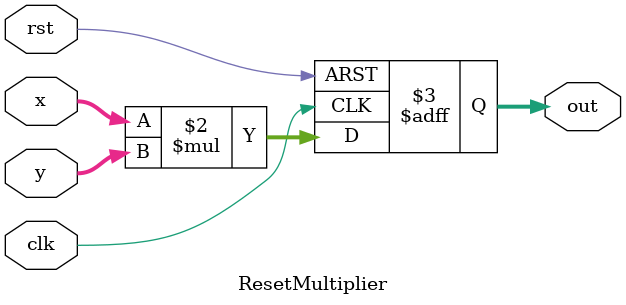
<source format=sv>
module ResetMultiplier(
    input clk, rst,
    input [3:0] x, y,
    output reg [7:0] out
);
    always @(posedge clk or posedge rst) begin
        if(rst) out <= 0;
        else out <= x * y;
    end
endmodule
</source>
